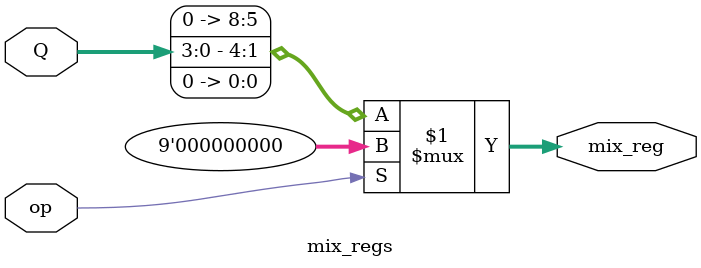
<source format=sv>
/*********************************************************************************
* Module Name: mix_regs

* Description: the module register the values to multiplication and division operation  

* Inputs: Q

* Outputs: mix_reg

* Version: 1.0

* Company: ITESO

* Engineers: Luis Roberto Lomeli Plascencia, Jorge Mizael Rodriguez Gutierrez

* Create Date:  14/04/2019

* Project Name: P02

* Target Devices: FPGA ALTERA DE2-115

* Tool versions: Quartus Prime
*********************************************************************************/

//================================================================================
// Import the Packages
//================================================================================

module mix_regs
#(
	parameter N = 4
)(
	/** Input ports **/
	input [N-1:0] Q,
	input op,
	
	/** Output ports **/
	output logic [2*N:0] mix_reg
);

/** out to module **/
assign mix_reg = (op) ? '0 : {4'b0000, Q, 1'b0};


endmodule

</source>
